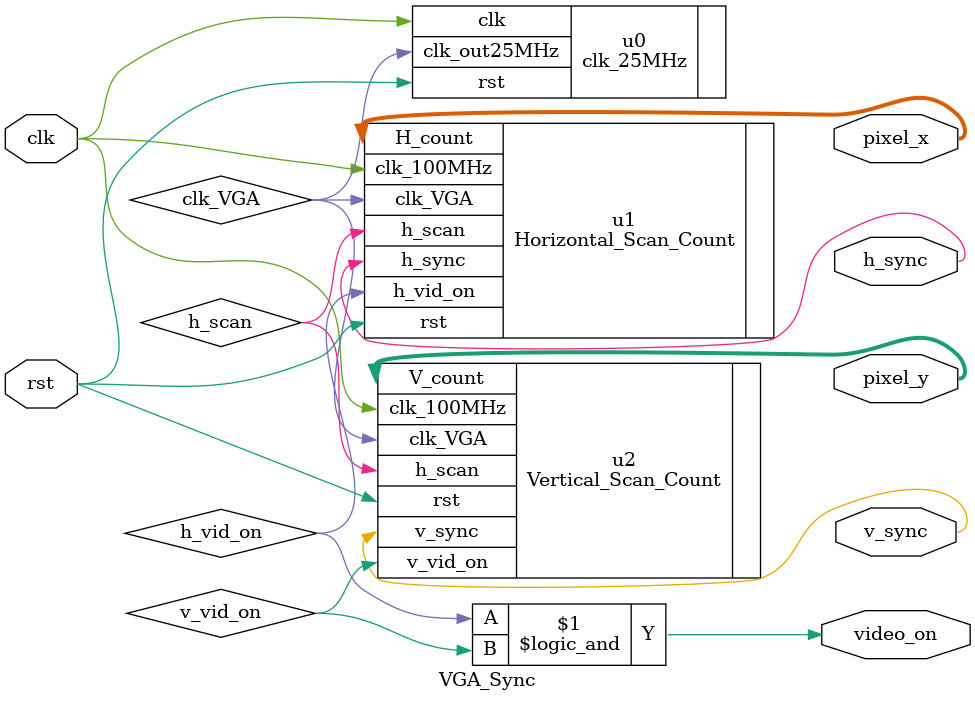
<source format=v>
`timescale 1ns / 1ps



module VGA_Sync(
    input           clk,
    input           rst,
    output          h_sync,
    output          v_sync,
    output  [9:0]   pixel_x,
    output  [9:0]   pixel_y,
    output          video_on
    );
    
    wire            clk_VGA, h_vid_on, v_vid_on, h_scan;
    
    clk_25MHz               u0( .clk(clk),
                                .rst(rst),
                                .clk_out25MHz(clk_VGA));
    Horizontal_Scan_Count   u1( .clk_100MHz(clk),
                                .clk_VGA(clk_VGA),
                                .rst(rst),
                                .h_sync(h_sync),
                                .h_scan(h_scan),
                                .h_vid_on(h_vid_on),
                                .H_count(pixel_x));
    Vertical_Scan_Count     u2( .clk_100MHz(clk),
                                .clk_VGA(clk_VGA),
                                .h_scan(h_scan),
                                .rst(rst),
                                .v_sync(v_sync),
                                .v_vid_on(v_vid_on),
                                .V_count(pixel_y));
    
    assign video_on = h_vid_on && v_vid_on;
    
endmodule

</source>
